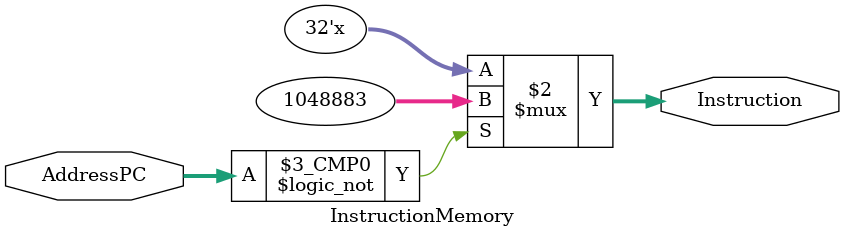
<source format=v>
module InstructionMemory (AddressPC, Instruction);
  input wire [31:0]AddressPC;
  output reg [31:0]Instruction;

  always @ (*) begin
    case (AddressPC)

      32'b00000000000000000000000000000000: Instruction <= 32'b00000000000100000000000100110011;// Tipo R - add x2, x0, x1 

    endcase
  end
endmodule

</source>
